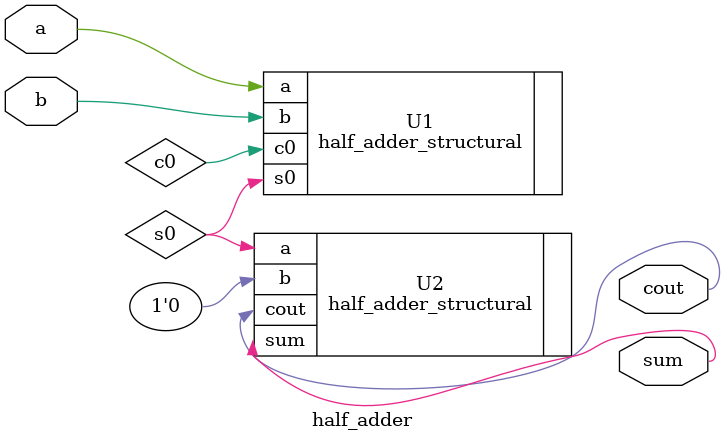
<source format=v>
module half_adder( 
input a, b,
output cout, sum );

// Declare the wires here
wire s0, c0;

// Create the half adder
half_adder_structural U1 (.a(a), .b(b), .s0(s0), .c0(c0));

// Create the output structurally
half_adder_structural U2 (.a(s0), .b(1'b0), .sum(sum), .cout(cout));

// Or you could simplify the circuit by using assign statements
// assign {cout, sum} = a + b;

endmodule

</source>
